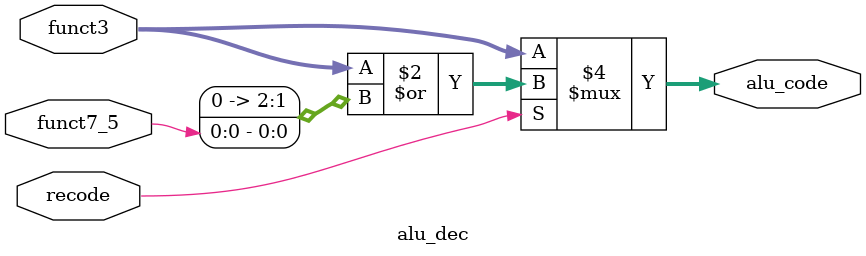
<source format=sv>
module alu_dec(
    input logic[2:0] funct3,
    input logic funct7_5,
    input logic recode,
    output logic[2:0] alu_code
);
    always_comb begin
        if (recode)
            alu_code = funct3 | {2'h0, funct7_5};
        else
            alu_code = funct3;
    end
endmodule

</source>
